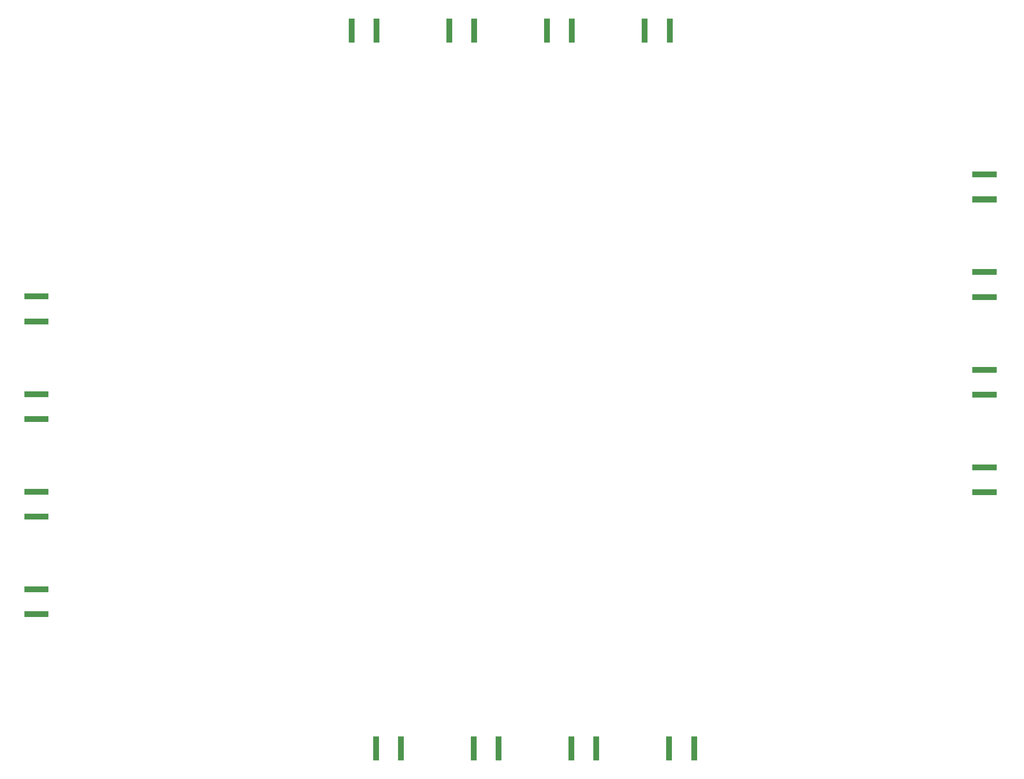
<source format=gbp>
G04 Layer: BottomPasteMaskLayer*
G04 EasyEDA v6.4.17, 2021-03-30T17:38:57--4:00*
G04 bfce05913f904539a0b1be1992e61c7c,10*
G04 Gerber Generator version 0.2*
G04 Scale: 100 percent, Rotated: No, Reflected: No *
G04 Dimensions in millimeters *
G04 leading zeros omitted , absolute positions ,4 integer and 5 decimal *
%FSLAX45Y45*%
%MOMM*%

%ADD21R,1.2000X5.0000*%
%ADD22R,5.0000X1.2000*%

%LPD*%
D21*
G01*
X-5244972Y-22500005D03*
G01*
X-5754979Y-22500005D03*
G01*
X-4255007Y-7800009D03*
G01*
X-3745001Y-7800009D03*
G01*
X-6255004Y-7800009D03*
G01*
X-5744997Y-7800009D03*
G36*
X6449999Y-16684985D02*
G01*
X6949998Y-16684985D01*
X6949998Y-16804985D01*
X6449999Y-16804985D01*
G37*
G36*
X6449999Y-17194992D02*
G01*
X6949998Y-17194992D01*
X6949998Y-17314992D01*
X6449999Y-17314992D01*
G37*
G36*
X6449999Y-14684984D02*
G01*
X6949998Y-14684984D01*
X6949998Y-14804984D01*
X6449999Y-14804984D01*
G37*
G36*
X6449999Y-15194991D02*
G01*
X6949998Y-15194991D01*
X6949998Y-15314990D01*
X6449999Y-15314990D01*
G37*
G36*
X6449999Y-12684983D02*
G01*
X6949998Y-12684983D01*
X6949998Y-12804983D01*
X6449999Y-12804983D01*
G37*
G36*
X6449999Y-13194990D02*
G01*
X6949998Y-13194990D01*
X6949998Y-13314989D01*
X6449999Y-13314989D01*
G37*
G36*
X6449999Y-10684984D02*
G01*
X6949998Y-10684984D01*
X6949998Y-10804984D01*
X6449999Y-10804984D01*
G37*
G36*
X6449999Y-11194991D02*
G01*
X6949998Y-11194991D01*
X6949998Y-11314991D01*
X6449999Y-11314991D01*
G37*
G01*
X-2255012Y-7800009D03*
G01*
X-1745005Y-7800009D03*
G01*
X-255015Y-7800111D03*
G01*
X254990Y-7800111D03*
G01*
X-3245104Y-22500107D03*
G01*
X-3755110Y-22500107D03*
G01*
X-1245107Y-22500107D03*
G01*
X-1755114Y-22500107D03*
G01*
X755014Y-22500005D03*
G01*
X245008Y-22500005D03*
D22*
G01*
X-12699923Y-19755027D03*
G01*
X-12699923Y-19245021D03*
G01*
X-12700000Y-17755133D03*
G01*
X-12700000Y-17245126D03*
G01*
X-12699923Y-15755035D03*
G01*
X-12699923Y-15245029D03*
G01*
X-12700000Y-13755141D03*
G01*
X-12700000Y-13245134D03*
M02*

</source>
